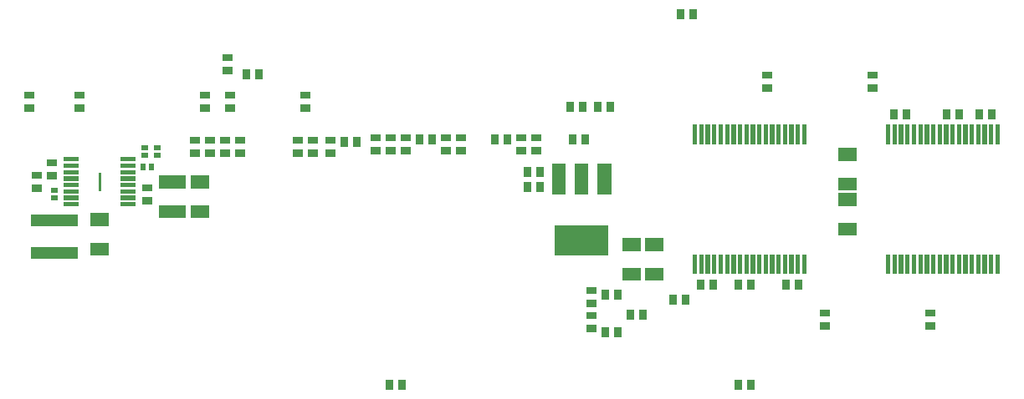
<source format=gbr>
G04 start of page 13 for group -4014 idx -4014 *
G04 Title: board, bottompaste *
G04 Creator: pcb 20140316 *
G04 CreationDate: Mon 25 Sep 2017 03:50:36 AM GMT UTC *
G04 For: brian *
G04 Format: Gerber/RS-274X *
G04 PCB-Dimensions (mil): 6000.00 5000.00 *
G04 PCB-Coordinate-Origin: lower left *
%MOIN*%
%FSLAX25Y25*%
%LNBOTTOMPASTE*%
%ADD160R,0.1220X0.1220*%
%ADD159R,0.0560X0.0560*%
%ADD158R,0.0100X0.0100*%
%ADD157R,0.0197X0.0197*%
%ADD156R,0.0460X0.0460*%
%ADD155R,0.0177X0.0177*%
%ADD154R,0.0512X0.0512*%
%ADD153R,0.0295X0.0295*%
G54D153*X207508Y253559D02*X208492D01*
X207508Y248441D02*X208492D01*
X201508Y253559D02*X202492D01*
X201508Y248441D02*X202492D01*
X369441Y184492D02*Y183508D01*
X374559Y184492D02*Y183508D01*
X242508Y253559D02*X243492D01*
X242508Y248441D02*X243492D01*
X391559Y190492D02*Y189508D01*
X386441Y190492D02*Y189508D01*
G54D154*X377819Y211905D02*X380181D01*
X377819Y200095D02*X380181D01*
X368819Y211905D02*X371181D01*
X368819Y200095D02*X371181D01*
G54D153*X446508Y184559D02*X447492D01*
X446508Y179441D02*X447492D01*
X488508Y184559D02*X489492D01*
X488508Y179441D02*X489492D01*
X397441Y196492D02*Y195508D01*
X402559Y196492D02*Y195508D01*
X417559Y196492D02*Y195508D01*
X412441Y196492D02*Y195508D01*
X436559Y196492D02*Y195508D01*
X431441Y196492D02*Y195508D01*
G54D154*X454819Y247905D02*X457181D01*
X454819Y236095D02*X457181D01*
G54D153*X513559Y264492D02*Y263508D01*
X508441Y264492D02*Y263508D01*
X495441Y264492D02*Y263508D01*
X500559Y264492D02*Y263508D01*
G54D154*X454819Y218095D02*X457181D01*
X454819Y229905D02*X457181D01*
G54D153*X474441Y264492D02*Y263508D01*
X479559Y264492D02*Y263508D01*
X465508Y274441D02*X466492D01*
X465508Y279559D02*X466492D01*
X423508Y274441D02*X424492D01*
X423508Y279559D02*X424492D01*
X129508Y266441D02*X130492D01*
X129508Y271559D02*X130492D01*
X149508Y266441D02*X150492D01*
X149508Y271559D02*X150492D01*
X278559Y156492D02*Y155508D01*
X273441Y156492D02*Y155508D01*
X417559Y156492D02*Y155508D01*
X412441Y156492D02*Y155508D01*
X389441Y304492D02*Y303508D01*
X394559Y304492D02*Y303508D01*
X325508Y254559D02*X326492D01*
X325508Y249441D02*X326492D01*
X315441Y254492D02*Y253508D01*
X320559Y254492D02*Y253508D01*
X353508Y193559D02*X354492D01*
X353508Y188441D02*X354492D01*
X364559Y192492D02*Y191508D01*
X359441Y192492D02*Y191508D01*
X301508Y254559D02*X302492D01*
X301508Y249441D02*X302492D01*
G54D155*X515752Y207067D02*Y200965D01*
X513193Y207067D02*Y200965D01*
X510634Y207067D02*Y200965D01*
X508075Y207067D02*Y200965D01*
X505516Y207067D02*Y200965D01*
X502957Y207067D02*Y200965D01*
X500398Y207067D02*Y200965D01*
X497839Y207067D02*Y200965D01*
X495280Y207067D02*Y200965D01*
X492720Y207067D02*Y200965D01*
X490161Y207067D02*Y200965D01*
X487602Y207067D02*Y200965D01*
X485043Y207067D02*Y200965D01*
X482484Y207067D02*Y200965D01*
X479925Y207067D02*Y200965D01*
X477366Y207067D02*Y200965D01*
X474807Y207067D02*Y200965D01*
X472248Y207067D02*Y200965D01*
X515752Y259035D02*Y252933D01*
X513193Y259035D02*Y252933D01*
X510634Y259035D02*Y252933D01*
X508075Y259035D02*Y252933D01*
X505516Y259035D02*Y252933D01*
X502957Y259035D02*Y252933D01*
X500398Y259035D02*Y252933D01*
X497839Y259035D02*Y252933D01*
X495280Y259035D02*Y252933D01*
X492720Y259035D02*Y252933D01*
X490161Y259035D02*Y252933D01*
X487602Y259035D02*Y252933D01*
X485043Y259035D02*Y252933D01*
X482484Y259035D02*Y252933D01*
X479925Y259035D02*Y252933D01*
X477366Y259035D02*Y252933D01*
X474807Y259035D02*Y252933D01*
X472248Y259035D02*Y252933D01*
X395248Y259035D02*Y252933D01*
X397807Y259035D02*Y252933D01*
X400366Y259035D02*Y252933D01*
X402925Y259035D02*Y252933D01*
X405484Y259035D02*Y252933D01*
X408043Y259035D02*Y252933D01*
X410602Y259035D02*Y252933D01*
X413161Y259035D02*Y252933D01*
X415720Y259035D02*Y252933D01*
X418280Y259035D02*Y252933D01*
X420839Y259035D02*Y252933D01*
X423398Y259035D02*Y252933D01*
X425957Y259035D02*Y252933D01*
X428516Y259035D02*Y252933D01*
X431075Y259035D02*Y252933D01*
X433634Y259035D02*Y252933D01*
X436193Y259035D02*Y252933D01*
X438752Y259035D02*Y252933D01*
X395248Y207067D02*Y200965D01*
X397807Y207067D02*Y200965D01*
X400366Y207067D02*Y200965D01*
X402925Y207067D02*Y200965D01*
X405484Y207067D02*Y200965D01*
X408043Y207067D02*Y200965D01*
X410602Y207067D02*Y200965D01*
X413161Y207067D02*Y200965D01*
X415720Y207067D02*Y200965D01*
X418280Y207067D02*Y200965D01*
X420839Y207067D02*Y200965D01*
X423398Y207067D02*Y200965D01*
X425957Y207067D02*Y200965D01*
X428516Y207067D02*Y200965D01*
X431075Y207067D02*Y200965D01*
X433634Y207067D02*Y200965D01*
X436193Y207067D02*Y200965D01*
X438752Y207067D02*Y200965D01*
G54D153*X331508Y254559D02*X332492D01*
X331508Y249441D02*X332492D01*
X345441Y267492D02*Y266508D01*
X350559Y267492D02*Y266508D01*
X351559Y254492D02*Y253508D01*
X346441Y254492D02*Y253508D01*
X361559Y267492D02*Y266508D01*
X356441Y267492D02*Y266508D01*
X249508Y253559D02*X250492D01*
X249508Y248441D02*X250492D01*
X260559Y253492D02*Y252508D01*
X255441Y253492D02*Y252508D01*
X285441Y254492D02*Y253508D01*
X290559Y254492D02*Y253508D01*
X295508Y254559D02*X296492D01*
X295508Y249441D02*X296492D01*
X364559Y177492D02*Y176508D01*
X359441Y177492D02*Y176508D01*
X353508Y178441D02*X354492D01*
X353508Y183559D02*X354492D01*
X236508Y253559D02*X237492D01*
X236508Y248441D02*X237492D01*
X195508Y253559D02*X196492D01*
X195508Y248441D02*X196492D01*
X199508Y271559D02*X200492D01*
X199508Y266441D02*X200492D01*
X213508Y253559D02*X214492D01*
X213508Y248441D02*X214492D01*
X209508Y271559D02*X210492D01*
X209508Y266441D02*X210492D01*
X239508Y271559D02*X240492D01*
X239508Y266441D02*X240492D01*
G54D154*X196819Y236905D02*X199181D01*
X196819Y225095D02*X199181D01*
X184245Y236905D02*X189755D01*
X184245Y225095D02*X189755D01*
X156819Y210095D02*X159181D01*
X156819Y221905D02*X159181D01*
G54D153*X176508Y234559D02*X177492D01*
X176508Y229441D02*X177492D01*
G54D156*X133050Y221500D02*X146950D01*
X133050Y208500D02*X146950D01*
G54D157*X178574Y243393D02*Y242607D01*
X175426Y243393D02*Y242607D01*
X175607Y250574D02*X176393D01*
X175607Y247426D02*X176393D01*
X139607Y230426D02*X140393D01*
X139607Y233574D02*X140393D01*
G54D153*X138508Y239441D02*X139492D01*
X138508Y244559D02*X139492D01*
X221559Y280492D02*Y279508D01*
X216441Y280492D02*Y279508D01*
X208508Y281441D02*X209492D01*
X208508Y286559D02*X209492D01*
G54D155*X144516Y228043D02*X148650D01*
X144516Y230602D02*X148650D01*
X144516Y233161D02*X148650D01*
X144516Y235720D02*X148650D01*
X144516Y238280D02*X148650D01*
X144516Y240839D02*X148650D01*
X144516Y243398D02*X148650D01*
X144516Y245957D02*X148650D01*
X167350D02*X171484D01*
X167350Y243398D02*X171484D01*
X167350Y240839D02*X171484D01*
X167350Y238280D02*X171484D01*
X167350Y235720D02*X171484D01*
X167350Y233161D02*X171484D01*
X167350Y230602D02*X171484D01*
X167350Y228043D02*X171484D01*
G54D158*X158000Y238732D02*Y235268D01*
Y240150D02*Y233850D01*
G54D153*X132508Y239559D02*X133492D01*
X132508Y234441D02*X133492D01*
G54D157*X180607Y250574D02*X181393D01*
X180607Y247426D02*X181393D01*
G54D159*X341000Y241300D02*Y234700D01*
X350000Y241300D02*Y234700D01*
X359100Y241300D02*Y234700D01*
G54D160*X345500Y213600D02*X354500D01*
G54D153*X333559Y241492D02*Y240508D01*
X328441Y241492D02*Y240508D01*
X333559Y235492D02*Y234508D01*
X328441Y235492D02*Y234508D01*
X267508Y249441D02*X268492D01*
X267508Y254559D02*X268492D01*
X273508D02*X274492D01*
X273508Y249441D02*X274492D01*
X279508Y254559D02*X280492D01*
X279508Y249441D02*X280492D01*
M02*

</source>
